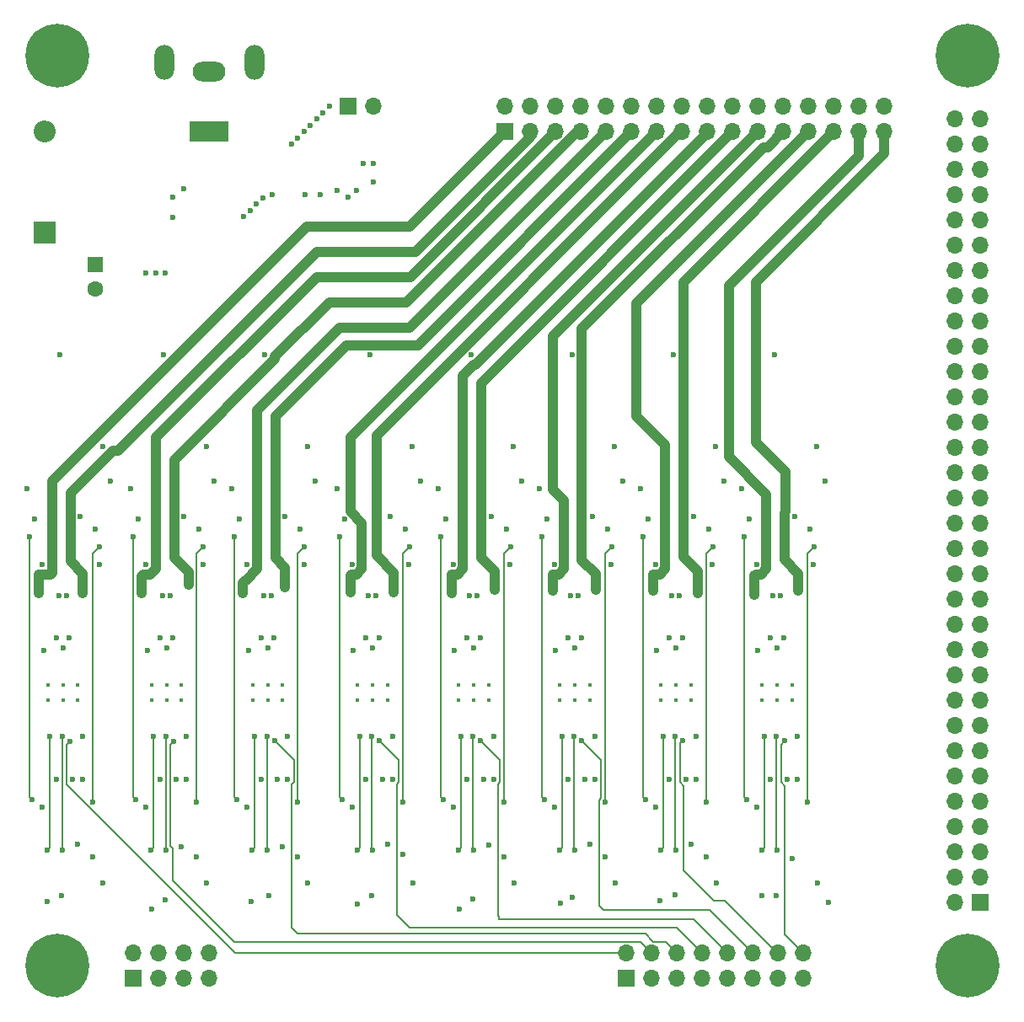
<source format=gbr>
%TF.GenerationSoftware,KiCad,Pcbnew,8.0.7-8.0.7-0~ubuntu22.04.1*%
%TF.CreationDate,2025-01-13T14:39:20-08:00*%
%TF.ProjectId,multichannelheaterdriver_frontend,6d756c74-6963-4686-916e-6e656c686561,rev?*%
%TF.SameCoordinates,Original*%
%TF.FileFunction,Copper,L3,Inr*%
%TF.FilePolarity,Positive*%
%FSLAX46Y46*%
G04 Gerber Fmt 4.6, Leading zero omitted, Abs format (unit mm)*
G04 Created by KiCad (PCBNEW 8.0.7-8.0.7-0~ubuntu22.04.1) date 2025-01-13 14:39:20*
%MOMM*%
%LPD*%
G01*
G04 APERTURE LIST*
%TA.AperFunction,ComponentPad*%
%ADD10R,1.700000X1.700000*%
%TD*%
%TA.AperFunction,ComponentPad*%
%ADD11O,1.700000X1.700000*%
%TD*%
%TA.AperFunction,ComponentPad*%
%ADD12C,0.440000*%
%TD*%
%TA.AperFunction,ComponentPad*%
%ADD13R,2.200000X2.200000*%
%TD*%
%TA.AperFunction,ComponentPad*%
%ADD14O,2.200000X2.200000*%
%TD*%
%TA.AperFunction,ComponentPad*%
%ADD15R,1.600000X1.600000*%
%TD*%
%TA.AperFunction,ComponentPad*%
%ADD16C,1.600000*%
%TD*%
%TA.AperFunction,ComponentPad*%
%ADD17R,4.000000X2.000000*%
%TD*%
%TA.AperFunction,ComponentPad*%
%ADD18O,3.300000X2.000000*%
%TD*%
%TA.AperFunction,ComponentPad*%
%ADD19O,2.000000X3.500000*%
%TD*%
%TA.AperFunction,ComponentPad*%
%ADD20C,6.400000*%
%TD*%
%TA.AperFunction,ViaPad*%
%ADD21C,0.600000*%
%TD*%
%TA.AperFunction,Conductor*%
%ADD22C,0.200000*%
%TD*%
%TA.AperFunction,Conductor*%
%ADD23C,1.000000*%
%TD*%
G04 APERTURE END LIST*
D10*
%TO.N,GNDA*%
%TO.C,J1*%
X97790000Y-90170000D03*
D11*
%TO.N,/ADC15*%
X95250000Y-90170000D03*
%TO.N,GNDA*%
X97790000Y-87630000D03*
%TO.N,/DAC15*%
X95250000Y-87630000D03*
%TO.N,GNDA*%
X97790000Y-85090000D03*
%TO.N,/ADC14*%
X95250000Y-85090000D03*
%TO.N,GNDA*%
X97790000Y-82550000D03*
%TO.N,/DAC14*%
X95250000Y-82550000D03*
%TO.N,GNDA*%
X97790000Y-80010000D03*
%TO.N,/ADC13*%
X95250000Y-80010000D03*
%TO.N,GNDA*%
X97790000Y-77470000D03*
%TO.N,/DAC13*%
X95250000Y-77470000D03*
%TO.N,GNDA*%
X97790000Y-74930000D03*
%TO.N,/ADC12*%
X95250000Y-74930000D03*
%TO.N,GNDA*%
X97790000Y-72390000D03*
%TO.N,/DAC12*%
X95250000Y-72390000D03*
%TO.N,GNDA*%
X97790000Y-69850000D03*
%TO.N,/ADC11*%
X95250000Y-69850000D03*
%TO.N,GNDA*%
X97790000Y-67310000D03*
%TO.N,/DAC11*%
X95250000Y-67310000D03*
%TO.N,GNDA*%
X97790000Y-64770000D03*
%TO.N,/ADC10*%
X95250000Y-64770000D03*
%TO.N,GNDA*%
X97790000Y-62230000D03*
%TO.N,/DAC10*%
X95250000Y-62230000D03*
%TO.N,GNDA*%
X97790000Y-59690000D03*
%TO.N,/ADC9*%
X95250000Y-59690000D03*
%TO.N,GNDA*%
X97790000Y-57150000D03*
%TO.N,/DAC9*%
X95250000Y-57150000D03*
%TO.N,GNDA*%
X97790000Y-54610000D03*
%TO.N,/ADC8*%
X95250000Y-54610000D03*
%TO.N,GNDA*%
X97790000Y-52070000D03*
%TO.N,/DAC8*%
X95250000Y-52070000D03*
%TO.N,GNDA*%
X97790000Y-49530000D03*
%TO.N,/ADC7*%
X95250000Y-49530000D03*
%TO.N,GNDA*%
X97790000Y-46990000D03*
%TO.N,/DAC7*%
X95250000Y-46990000D03*
%TO.N,GNDA*%
X97790000Y-44450000D03*
%TO.N,/ADC6*%
X95250000Y-44450000D03*
%TO.N,GNDA*%
X97790000Y-41910000D03*
%TO.N,/DAC6*%
X95250000Y-41910000D03*
%TO.N,GNDA*%
X97790000Y-39370000D03*
%TO.N,/ADC5*%
X95250000Y-39370000D03*
%TO.N,GNDA*%
X97790000Y-36830000D03*
%TO.N,/DAC5*%
X95250000Y-36830000D03*
%TO.N,GNDA*%
X97790000Y-34290000D03*
%TO.N,/ADC4*%
X95250000Y-34290000D03*
%TO.N,GNDA*%
X97790000Y-31750000D03*
%TO.N,/DAC4*%
X95250000Y-31750000D03*
%TO.N,GNDA*%
X97790000Y-29210000D03*
%TO.N,/ADC3*%
X95250000Y-29210000D03*
%TO.N,GNDA*%
X97790000Y-26670000D03*
%TO.N,/DAC3*%
X95250000Y-26670000D03*
%TO.N,GNDA*%
X97790000Y-24130000D03*
%TO.N,/ADC2*%
X95250000Y-24130000D03*
%TO.N,GNDA*%
X97790000Y-21590000D03*
%TO.N,/DAC2*%
X95250000Y-21590000D03*
%TO.N,GNDA*%
X97790000Y-19050000D03*
%TO.N,/ADC1*%
X95250000Y-19050000D03*
%TO.N,GNDA*%
X97790000Y-16510000D03*
%TO.N,/DAC1*%
X95250000Y-16510000D03*
%TO.N,GNDA*%
X97790000Y-13970000D03*
%TO.N,/ADC0*%
X95250000Y-13970000D03*
%TO.N,GNDA*%
X97790000Y-11430000D03*
%TO.N,/DAC0*%
X95250000Y-11430000D03*
%TD*%
D12*
%TO.N,GNDA*%
%TO.C,U9*%
X24686000Y-69820000D03*
X26186000Y-69820000D03*
X27686000Y-69820000D03*
X24686000Y-68320000D03*
X26186000Y-68320000D03*
X27686000Y-68320000D03*
%TD*%
D13*
%TO.N,Net-(D1-K)*%
%TO.C,D1*%
X3810000Y-22860000D03*
D14*
%TO.N,Net-(D1-A)*%
X3810000Y-12700000D03*
%TD*%
D15*
%TO.N,+24V*%
%TO.C,C3*%
X8890000Y-26035000D03*
D16*
%TO.N,GNDA*%
X8890000Y-28535000D03*
%TD*%
D10*
%TO.N,GNDA*%
%TO.C,J11*%
X12700000Y-97790000D03*
D11*
%TO.N,+24V*%
X12700000Y-95250000D03*
%TO.N,GNDA*%
X15240000Y-97790000D03*
%TO.N,unconnected-(J11-Pin_4-Pad4)*%
X15240000Y-95250000D03*
%TO.N,GNDA*%
X17780000Y-97790000D03*
%TO.N,unconnected-(J11-Pin_6-Pad6)*%
X17780000Y-95250000D03*
%TO.N,GNDA*%
X20320000Y-97790000D03*
%TO.N,unconnected-(J11-Pin_8-Pad8)*%
X20320000Y-95250000D03*
%TD*%
D17*
%TO.N,Net-(D1-A)*%
%TO.C,J12*%
X20320000Y-12700000D03*
D18*
%TO.N,GNDA*%
X20320000Y-6700000D03*
D19*
X24820000Y-5700000D03*
X15820000Y-5700000D03*
%TD*%
D12*
%TO.N,GNDA*%
%TO.C,U21*%
X65677000Y-69820000D03*
X67177000Y-69820000D03*
X68677000Y-69820000D03*
X65677000Y-68320000D03*
X67177000Y-68320000D03*
X68677000Y-68320000D03*
%TD*%
D10*
%TO.N,GNDA*%
%TO.C,J2*%
X62230000Y-97790000D03*
D11*
%TO.N,/SHDN0*%
X62230000Y-95250000D03*
%TO.N,GNDA*%
X64770000Y-97790000D03*
%TO.N,/SHDN1*%
X64770000Y-95250000D03*
%TO.N,GNDA*%
X67310000Y-97790000D03*
%TO.N,/SHDN2*%
X67310000Y-95250000D03*
%TO.N,GNDA*%
X69850000Y-97790000D03*
%TO.N,/SHDN3*%
X69850000Y-95250000D03*
%TO.N,GNDA*%
X72390000Y-97790000D03*
%TO.N,/SHDN4*%
X72390000Y-95250000D03*
%TO.N,GNDA*%
X74930000Y-97790000D03*
%TO.N,/SHDN5*%
X74930000Y-95250000D03*
%TO.N,GNDA*%
X77470000Y-97790000D03*
%TO.N,/SHDN6*%
X77470000Y-95250000D03*
%TO.N,GNDA*%
X80010000Y-97790000D03*
%TO.N,/SHDN7*%
X80010000Y-95250000D03*
%TD*%
D12*
%TO.N,GNDA*%
%TO.C,U15*%
X45357000Y-69820000D03*
X46857000Y-69820000D03*
X48357000Y-69820000D03*
X45357000Y-68320000D03*
X46857000Y-68320000D03*
X48357000Y-68320000D03*
%TD*%
D20*
%TO.N,GNDA*%
%TO.C,H1*%
X5080000Y-5080000D03*
%TD*%
D12*
%TO.N,GNDA*%
%TO.C,U18*%
X55517000Y-69820000D03*
X57017000Y-69820000D03*
X58517000Y-69820000D03*
X55517000Y-68320000D03*
X57017000Y-68320000D03*
X58517000Y-68320000D03*
%TD*%
D20*
%TO.N,GNDA*%
%TO.C,H2*%
X5080000Y-96520000D03*
%TD*%
D10*
%TO.N,+24V*%
%TO.C,J13*%
X34285000Y-10160000D03*
D11*
%TO.N,Net-(D2-K)*%
X36825000Y-10160000D03*
%TD*%
D10*
%TO.N,/V0*%
%TO.C,J10*%
X50000000Y-12700000D03*
D11*
%TO.N,GNDA*%
X50000000Y-10160000D03*
%TO.N,/V1*%
X52540000Y-12700000D03*
%TO.N,GNDA*%
X52540000Y-10160000D03*
%TO.N,/V2*%
X55080000Y-12700000D03*
%TO.N,GNDA*%
X55080000Y-10160000D03*
%TO.N,/V3*%
X57620000Y-12700000D03*
%TO.N,GNDA*%
X57620000Y-10160000D03*
%TO.N,/V4*%
X60160000Y-12700000D03*
%TO.N,GNDA*%
X60160000Y-10160000D03*
%TO.N,/V5*%
X62700000Y-12700000D03*
%TO.N,GNDA*%
X62700000Y-10160000D03*
%TO.N,/V6*%
X65240000Y-12700000D03*
%TO.N,GNDA*%
X65240000Y-10160000D03*
%TO.N,/V7*%
X67780000Y-12700000D03*
%TO.N,GNDA*%
X67780000Y-10160000D03*
%TO.N,/V8*%
X70320000Y-12700000D03*
%TO.N,GNDA*%
X70320000Y-10160000D03*
%TO.N,/V9*%
X72860000Y-12700000D03*
%TO.N,GNDA*%
X72860000Y-10160000D03*
%TO.N,/V10*%
X75400000Y-12700000D03*
%TO.N,GNDA*%
X75400000Y-10160000D03*
%TO.N,/V11*%
X77940000Y-12700000D03*
%TO.N,GNDA*%
X77940000Y-10160000D03*
%TO.N,/V12*%
X80480000Y-12700000D03*
%TO.N,GNDA*%
X80480000Y-10160000D03*
%TO.N,/V13*%
X83020000Y-12700000D03*
%TO.N,GNDA*%
X83020000Y-10160000D03*
%TO.N,/V14*%
X85560000Y-12700000D03*
%TO.N,GNDA*%
X85560000Y-10160000D03*
%TO.N,/V15*%
X88100000Y-12700000D03*
%TO.N,GNDA*%
X88100000Y-10160000D03*
%TD*%
D20*
%TO.N,GNDA*%
%TO.C,H4*%
X96520000Y-96520000D03*
%TD*%
D12*
%TO.N,GNDA*%
%TO.C,U12*%
X35197000Y-69820000D03*
X36697000Y-69820000D03*
X38197000Y-69820000D03*
X35197000Y-68320000D03*
X36697000Y-68320000D03*
X38197000Y-68320000D03*
%TD*%
%TO.N,GNDA*%
%TO.C,U24*%
X75837000Y-69820000D03*
X77337000Y-69820000D03*
X78837000Y-69820000D03*
X75837000Y-68320000D03*
X77337000Y-68320000D03*
X78837000Y-68320000D03*
%TD*%
%TO.N,GNDA*%
%TO.C,U3*%
X4112000Y-69820000D03*
X5612000Y-69820000D03*
X7112000Y-69820000D03*
X4112000Y-68320000D03*
X5612000Y-68320000D03*
X7112000Y-68320000D03*
%TD*%
%TO.N,GNDA*%
%TO.C,U6*%
X14526000Y-69820000D03*
X16026000Y-69820000D03*
X17526000Y-69820000D03*
X14526000Y-68320000D03*
X16026000Y-68320000D03*
X17526000Y-68320000D03*
%TD*%
D20*
%TO.N,GNDA*%
%TO.C,H3*%
X96520000Y-5080000D03*
%TD*%
D21*
%TO.N,/ADC15*%
X82550000Y-90170000D03*
%TO.N,/ADC14*%
X78859500Y-85777500D03*
%TO.N,/ADC13*%
X70201000Y-85598000D03*
%TO.N,/ADC12*%
X68677000Y-84328000D03*
%TO.N,/ADC11*%
X60041000Y-85598000D03*
%TO.N,/ADC10*%
X58517000Y-84328000D03*
%TO.N,/ADC9*%
X49881000Y-85598000D03*
%TO.N,/ADC7*%
X39721000Y-85344000D03*
%TO.N,/ADC6*%
X38197000Y-84328000D03*
%TO.N,/ADC4*%
X27686000Y-84582000D03*
%TO.N,/ADC5*%
X29210000Y-85598000D03*
%TO.N,/ADC2*%
X17526000Y-84582000D03*
%TO.N,/ADC3*%
X19050000Y-85598000D03*
%TO.N,GNDA*%
X46429286Y-59290658D03*
X29810000Y-56207294D03*
X26670000Y-19050000D03*
X25758286Y-59290658D03*
X59025000Y-77821000D03*
X25908000Y-35149000D03*
X47236714Y-59290658D03*
X80961000Y-56207294D03*
X65121000Y-80615000D03*
X36419000Y-35149000D03*
X77716714Y-59290658D03*
X79345000Y-77821000D03*
X35814000Y-15905000D03*
X5184286Y-59290658D03*
X7620000Y-73503000D03*
X50481000Y-56207294D03*
X3712000Y-64867000D03*
X55117000Y-64867000D03*
X5334000Y-35149000D03*
X20066000Y-88235000D03*
X58771000Y-51405000D03*
X56739000Y-35149000D03*
X69185000Y-77821000D03*
X25685000Y-19335000D03*
X65277000Y-64867000D03*
X48865000Y-77821000D03*
X15598286Y-59290658D03*
X16650000Y-19304000D03*
X79345000Y-73503000D03*
X30226000Y-88235000D03*
X16405714Y-59290658D03*
X3556000Y-56231000D03*
X3556000Y-80615000D03*
X59025000Y-73503000D03*
X60641000Y-56207294D03*
X41499000Y-47849000D03*
X44801000Y-80615000D03*
X19650000Y-56207294D03*
X43277000Y-48611000D03*
X81377000Y-88235000D03*
X18034000Y-73503000D03*
X77059000Y-35149000D03*
X5991714Y-59290658D03*
X38705000Y-77821000D03*
X24130000Y-80615000D03*
X15748000Y-35149000D03*
X20828000Y-47849000D03*
X68931000Y-51405000D03*
X13970000Y-80615000D03*
X9236000Y-56207294D03*
X51659000Y-47849000D03*
X34641000Y-80615000D03*
X10414000Y-47849000D03*
X71979000Y-47849000D03*
X54961000Y-56231000D03*
X25050000Y-19970000D03*
X40321000Y-56207294D03*
X27940000Y-51405000D03*
X56323000Y-77821000D03*
X28194000Y-77821000D03*
X61819000Y-47849000D03*
X36269286Y-59290658D03*
X33117000Y-48611000D03*
X26565714Y-59290658D03*
X30988000Y-47849000D03*
X44957000Y-64867000D03*
X17780000Y-51405000D03*
X2032000Y-48611000D03*
X23780000Y-21240000D03*
X65121000Y-56231000D03*
X71217000Y-88235000D03*
X24415000Y-20605000D03*
X12446000Y-48611000D03*
X79091000Y-51405000D03*
X36003000Y-77821000D03*
X46579000Y-35149000D03*
X36830000Y-15905000D03*
X44801000Y-56231000D03*
X67556714Y-59290658D03*
X53437000Y-48611000D03*
X63597000Y-48611000D03*
X56589286Y-59290658D03*
X50897000Y-88235000D03*
X76643000Y-77821000D03*
X48865000Y-73503000D03*
X40737000Y-88235000D03*
X34641000Y-56231000D03*
X34797000Y-64867000D03*
X76909286Y-59290658D03*
X66483000Y-77821000D03*
X61057000Y-88235000D03*
X66899000Y-35149000D03*
X48611000Y-51405000D03*
X13970000Y-26924000D03*
X13970000Y-56231000D03*
X15332000Y-77821000D03*
X16650000Y-21336000D03*
X24286000Y-64867000D03*
X22606000Y-48611000D03*
X25492000Y-77821000D03*
X7620000Y-77821000D03*
X82139000Y-47849000D03*
X9652000Y-88235000D03*
X38451000Y-51405000D03*
X73757000Y-48611000D03*
X69185000Y-73503000D03*
X75437000Y-64867000D03*
X17780000Y-18415000D03*
X14126000Y-64867000D03*
X14986000Y-26924000D03*
X7366000Y-51405000D03*
X70801000Y-56207294D03*
X24130000Y-56231000D03*
X37076714Y-59290658D03*
X46163000Y-77821000D03*
X54961000Y-80615000D03*
X57396714Y-59290658D03*
X4918000Y-77821000D03*
X38705000Y-73503000D03*
X28194000Y-73503000D03*
X75281000Y-56231000D03*
X18034000Y-77821000D03*
X66749286Y-59290658D03*
X75281000Y-80615000D03*
X15875000Y-26924000D03*
%TO.N,+24V*%
X61018500Y-44331500D03*
X28575000Y-13970000D03*
X66527000Y-63597000D03*
X30480000Y-12065000D03*
X31496000Y-19050000D03*
X40698500Y-44331500D03*
X71178500Y-44331500D03*
X37347000Y-63597000D03*
X77337000Y-64613000D03*
X16026000Y-64613000D03*
X67827000Y-63597000D03*
X81338500Y-44331500D03*
X33116500Y-18638500D03*
X56367000Y-63597000D03*
X36697000Y-64613000D03*
X57017000Y-64613000D03*
X77987000Y-63597000D03*
X76687000Y-63597000D03*
X26186000Y-64613000D03*
X26836000Y-63597000D03*
X31750000Y-10795000D03*
X47507000Y-63597000D03*
X25536000Y-63597000D03*
X32385000Y-10160000D03*
X50858500Y-44331500D03*
X46857000Y-64613000D03*
X20027500Y-44331500D03*
X29845000Y-12700000D03*
X31115000Y-11430000D03*
X5612000Y-64613000D03*
X16676000Y-63597000D03*
X30187500Y-44331500D03*
X9613500Y-44331500D03*
X15376000Y-63597000D03*
X6262000Y-63597000D03*
X67177000Y-64613000D03*
X57667000Y-63597000D03*
X4962000Y-63597000D03*
X29210000Y-13335000D03*
X46207000Y-63597000D03*
X29972000Y-19050000D03*
X36047000Y-63597000D03*
%TO.N,+5V*%
X70455000Y-52675000D03*
X8890000Y-52675000D03*
X78329000Y-77821000D03*
X17018000Y-77821000D03*
X47849000Y-77821000D03*
X19304000Y-52675000D03*
X13208000Y-51659000D03*
X44039000Y-51659000D03*
X34290000Y-19304000D03*
X27178000Y-77821000D03*
X6604000Y-77821000D03*
X74519000Y-51659000D03*
X58009000Y-77821000D03*
X50135000Y-52675000D03*
X54199000Y-51659000D03*
X80615000Y-52675000D03*
X60295000Y-52675000D03*
X37689000Y-77821000D03*
X29464000Y-52675000D03*
X68169000Y-77821000D03*
X35082500Y-18572500D03*
X23368000Y-51659000D03*
X39975000Y-52675000D03*
X36830000Y-17780000D03*
X2794000Y-51659000D03*
X33879000Y-51659000D03*
X64359000Y-51659000D03*
%TO.N,Net-(U3-IN1+)*%
X4318000Y-73503000D03*
X4064000Y-84933000D03*
%TO.N,Net-(U3-IN2+)*%
X5588000Y-84933000D03*
X5562000Y-73503000D03*
%TO.N,/ADC1*%
X8636000Y-85598000D03*
%TO.N,/ADC0*%
X7112000Y-84328000D03*
%TO.N,Net-(U6-IN1+)*%
X14732000Y-73503000D03*
X14478000Y-84933000D03*
%TO.N,Net-(U6-IN2+)*%
X16002000Y-84933000D03*
X15976000Y-73503000D03*
%TO.N,Net-(U9-IN1+)*%
X24892000Y-73503000D03*
X24638000Y-84933000D03*
%TO.N,Net-(U9-IN2+)*%
X26136000Y-73503000D03*
X26162000Y-84933000D03*
%TO.N,Net-(U12-IN1+)*%
X35403000Y-73503000D03*
X35149000Y-84933000D03*
%TO.N,Net-(U12-IN2+)*%
X36647000Y-73503000D03*
X36673000Y-84933000D03*
%TO.N,Net-(U15-IN1+)*%
X45309000Y-84933000D03*
X45563000Y-73503000D03*
%TO.N,Net-(U15-IN2+)*%
X46807000Y-73503000D03*
X46833000Y-84933000D03*
%TO.N,/ADC8*%
X48357000Y-84400000D03*
%TO.N,Net-(U18-IN1+)*%
X55469000Y-84933000D03*
X55723000Y-73503000D03*
%TO.N,Net-(U18-IN2+)*%
X56967000Y-73503000D03*
X56993000Y-84933000D03*
%TO.N,Net-(U21-IN1+)*%
X65629000Y-84933000D03*
X65883000Y-73503000D03*
%TO.N,Net-(U21-IN2+)*%
X67153000Y-84933000D03*
X67127000Y-73503000D03*
%TO.N,Net-(U24-IN1+)*%
X75789000Y-84933000D03*
X76043000Y-73503000D03*
%TO.N,Net-(U24-IN2+)*%
X77287000Y-73503000D03*
X77313000Y-84933000D03*
%TO.N,/DAC11*%
X55600000Y-90200000D03*
%TO.N,/DAC2*%
X15900000Y-89900000D03*
%TO.N,/DAC1*%
X4000000Y-90100000D03*
%TO.N,/DAC14*%
X77300000Y-89500000D03*
%TO.N,/DAC6*%
X36600000Y-89500000D03*
%TO.N,/DAC5*%
X24500000Y-90100000D03*
%TO.N,/DAC7*%
X35200000Y-90300000D03*
%TO.N,/DAC9*%
X45400000Y-90800000D03*
%TO.N,/DAC10*%
X56800000Y-89600000D03*
%TO.N,/DAC3*%
X14500000Y-90800000D03*
%TO.N,/DAC15*%
X75800000Y-89500000D03*
%TO.N,/DAC0*%
X5500000Y-89500000D03*
%TO.N,/DAC4*%
X26300000Y-89500000D03*
%TO.N,/DAC8*%
X46800000Y-89800000D03*
%TO.N,/DAC12*%
X67100000Y-89400000D03*
%TO.N,/DAC13*%
X65600000Y-90000000D03*
%TO.N,/V2*%
X13500000Y-58900000D03*
X13500000Y-57600000D03*
%TO.N,/V11*%
X59100000Y-58700000D03*
X59100000Y-57300000D03*
%TO.N,/V5*%
X27905000Y-57800000D03*
X27905000Y-56800000D03*
%TO.N,/V3*%
X18250000Y-58200000D03*
X18250000Y-57200000D03*
%TO.N,/V13*%
X69401000Y-57300000D03*
X69401000Y-58900000D03*
%TO.N,/V9*%
X49000000Y-57300000D03*
X49000000Y-58700000D03*
%TO.N,/V10*%
X54800000Y-58800000D03*
X54800000Y-57500000D03*
%TO.N,/V4*%
X23660000Y-59100000D03*
X23660000Y-58100000D03*
%TO.N,/V0*%
X3175000Y-57500000D03*
X3175000Y-58800000D03*
%TO.N,/V1*%
X7620000Y-59000000D03*
X7620000Y-57500000D03*
%TO.N,/V12*%
X64900000Y-57400000D03*
X64900000Y-58800000D03*
%TO.N,/V7*%
X38800000Y-57600000D03*
X38800000Y-59000000D03*
%TO.N,/V14*%
X75100000Y-57600000D03*
X75100000Y-59000000D03*
%TO.N,/V6*%
X34500000Y-58900000D03*
X34500000Y-57600000D03*
%TO.N,/V15*%
X79500000Y-57400000D03*
X79500000Y-58800000D03*
%TO.N,/V8*%
X44700000Y-57600000D03*
X44700000Y-59100000D03*
%TO.N,Net-(U2-OUT1)*%
X2540000Y-79853000D03*
X2286000Y-53437000D03*
%TO.N,Net-(U2-OUT2)*%
X9305151Y-54453001D03*
X8636000Y-80107000D03*
%TO.N,Net-(U5-OUT1)*%
X12954000Y-79853000D03*
X12700000Y-53437000D03*
%TO.N,Net-(U5-OUT2)*%
X19719151Y-54453001D03*
X19050000Y-80107000D03*
%TO.N,Net-(U8-OUT1)*%
X22860000Y-53437000D03*
X23114000Y-79853000D03*
%TO.N,Net-(U8-OUT2)*%
X29879151Y-54453001D03*
X29210000Y-80107000D03*
%TO.N,Net-(U11-OUT1)*%
X33625000Y-79853000D03*
X33371000Y-53437000D03*
%TO.N,Net-(U11-OUT2)*%
X40390151Y-54453001D03*
X39721000Y-80107000D03*
%TO.N,Net-(U14-OUT1)*%
X43531000Y-53437000D03*
X43785000Y-79853000D03*
%TO.N,Net-(U14-OUT2)*%
X49881000Y-80107000D03*
X50550151Y-54453001D03*
%TO.N,Net-(U17-OUT1)*%
X53691000Y-53437000D03*
X53945000Y-79853000D03*
%TO.N,Net-(U17-OUT2)*%
X60710151Y-54453001D03*
X60041000Y-80107000D03*
%TO.N,Net-(U20-OUT1)*%
X63851000Y-53437000D03*
X64105000Y-79853000D03*
%TO.N,Net-(U20-OUT2)*%
X70201000Y-80107000D03*
X70870151Y-54453001D03*
%TO.N,Net-(U23-OUT1)*%
X74265000Y-79853000D03*
X74011000Y-53437000D03*
%TO.N,Net-(U23-OUT2)*%
X80361000Y-80107000D03*
X81030151Y-54453001D03*
%TO.N,/SHDN6*%
X67843110Y-73859638D03*
%TO.N,/SHDN3*%
X37363110Y-73859638D03*
%TO.N,/SHDN5*%
X57665833Y-73892406D03*
%TO.N,/SHDN7*%
X78071735Y-73928265D03*
%TO.N,/SHDN2*%
X26896235Y-73903765D03*
%TO.N,/SHDN1*%
X16700000Y-74000000D03*
%TO.N,/SHDN4*%
X47522303Y-73861255D03*
%TO.N,/SHDN0*%
X6300000Y-74000000D03*
%TD*%
D22*
%TO.N,Net-(U3-IN1+)*%
X4318000Y-84679000D02*
X4064000Y-84933000D01*
X4318000Y-73503000D02*
X4318000Y-84679000D01*
%TO.N,Net-(U3-IN2+)*%
X5562000Y-84907000D02*
X5588000Y-84933000D01*
X5562000Y-73503000D02*
X5562000Y-84907000D01*
%TO.N,Net-(U6-IN1+)*%
X14732000Y-73503000D02*
X14732000Y-84679000D01*
X14732000Y-84679000D02*
X14478000Y-84933000D01*
%TO.N,Net-(U6-IN2+)*%
X15976000Y-73503000D02*
X15976000Y-84907000D01*
X15976000Y-84907000D02*
X16002000Y-84933000D01*
%TO.N,Net-(U9-IN1+)*%
X24892000Y-73503000D02*
X24892000Y-84679000D01*
X24892000Y-84679000D02*
X24638000Y-84933000D01*
%TO.N,Net-(U9-IN2+)*%
X26136000Y-84907000D02*
X26162000Y-84933000D01*
X26136000Y-73503000D02*
X26136000Y-84907000D01*
%TO.N,Net-(U12-IN1+)*%
X35403000Y-73503000D02*
X35403000Y-84679000D01*
X35403000Y-84679000D02*
X35149000Y-84933000D01*
%TO.N,Net-(U12-IN2+)*%
X36647000Y-73503000D02*
X36647000Y-84907000D01*
X36647000Y-84907000D02*
X36673000Y-84933000D01*
%TO.N,Net-(U15-IN1+)*%
X45563000Y-73503000D02*
X45563000Y-84679000D01*
X45563000Y-84679000D02*
X45309000Y-84933000D01*
%TO.N,Net-(U15-IN2+)*%
X46807000Y-73503000D02*
X46807000Y-84907000D01*
X46807000Y-84907000D02*
X46833000Y-84933000D01*
%TO.N,Net-(U18-IN1+)*%
X55723000Y-84679000D02*
X55469000Y-84933000D01*
X55723000Y-73503000D02*
X55723000Y-84679000D01*
%TO.N,Net-(U18-IN2+)*%
X56967000Y-84907000D02*
X56993000Y-84933000D01*
X56967000Y-73503000D02*
X56967000Y-84907000D01*
%TO.N,Net-(U21-IN1+)*%
X65883000Y-84679000D02*
X65629000Y-84933000D01*
X65883000Y-73503000D02*
X65883000Y-84679000D01*
%TO.N,Net-(U21-IN2+)*%
X67127000Y-73503000D02*
X67127000Y-84907000D01*
X67127000Y-84907000D02*
X67153000Y-84933000D01*
%TO.N,Net-(U24-IN1+)*%
X76043000Y-84679000D02*
X75789000Y-84933000D01*
X76043000Y-73503000D02*
X76043000Y-84679000D01*
%TO.N,Net-(U24-IN2+)*%
X77287000Y-84907000D02*
X77313000Y-84933000D01*
X77287000Y-73503000D02*
X77287000Y-84907000D01*
D23*
%TO.N,/V2*%
X13500000Y-58900000D02*
X13500000Y-59055000D01*
X14970000Y-56645214D02*
X14384214Y-57231000D01*
X14970000Y-43450000D02*
X14970000Y-56645214D01*
X14384214Y-57231000D02*
X13689000Y-57231000D01*
X13500000Y-57600000D02*
X13500000Y-58900000D01*
X31115000Y-27305000D02*
X14970000Y-43450000D01*
X13689000Y-57231000D02*
X13500000Y-57420000D01*
X13500000Y-57420000D02*
X13500000Y-57600000D01*
X55080000Y-12700000D02*
X40475000Y-27305000D01*
X40475000Y-27305000D02*
X31115000Y-27305000D01*
%TO.N,/V11*%
X57739000Y-32461000D02*
X57739000Y-55739000D01*
X76390000Y-14250000D02*
X75950000Y-14250000D01*
X77940000Y-12700000D02*
X76390000Y-14250000D01*
X57739000Y-55739000D02*
X59100000Y-57100000D01*
X59100000Y-57300000D02*
X59100000Y-58700000D01*
X59100000Y-57100000D02*
X59100000Y-57300000D01*
X75950000Y-14250000D02*
X57739000Y-32461000D01*
%TO.N,/V5*%
X34051472Y-34148528D02*
X26940000Y-41260000D01*
X27905000Y-56800000D02*
X27905000Y-57800000D01*
X26940000Y-41260000D02*
X26940000Y-55540000D01*
X26940000Y-55540000D02*
X27905000Y-56505000D01*
X27905000Y-57800000D02*
X27905000Y-58495000D01*
X62700000Y-12700000D02*
X41251472Y-34148528D01*
X27905000Y-56505000D02*
X27905000Y-56800000D01*
X41251472Y-34148528D02*
X34051472Y-34148528D01*
%TO.N,/V3*%
X16780000Y-55515000D02*
X18250000Y-56985000D01*
X57620000Y-12700000D02*
X57272032Y-12700000D01*
X16780000Y-45691214D02*
X16780000Y-55515000D01*
X26908000Y-35563214D02*
X16780000Y-45691214D01*
X26908000Y-35322000D02*
X26908000Y-35563214D01*
X40127032Y-29845000D02*
X32385000Y-29845000D01*
X18250000Y-57200000D02*
X18250000Y-58200000D01*
X18250000Y-56985000D02*
X18250000Y-57200000D01*
X32385000Y-29845000D02*
X26908000Y-35322000D01*
X57272032Y-12700000D02*
X40127032Y-29845000D01*
%TO.N,/V13*%
X67931000Y-27789000D02*
X67931000Y-55431000D01*
X69401000Y-58900000D02*
X69401000Y-59100000D01*
X67931000Y-55431000D02*
X69401000Y-56901000D01*
X69401000Y-56901000D02*
X69401000Y-57300000D01*
X69401000Y-57300000D02*
X69401000Y-58900000D01*
X83020000Y-12700000D02*
X67931000Y-27789000D01*
%TO.N,/V9*%
X47611000Y-55511000D02*
X49000000Y-56900000D01*
X49000000Y-57300000D02*
X49000000Y-58700000D01*
X49000000Y-56900000D02*
X49000000Y-57300000D01*
X72860000Y-12700000D02*
X47611000Y-37949000D01*
X47611000Y-37949000D02*
X47611000Y-55511000D01*
%TO.N,/V10*%
X75400000Y-12700000D02*
X54864000Y-33236000D01*
X55961000Y-49720786D02*
X55961000Y-56645214D01*
X54800000Y-57500000D02*
X54800000Y-58800000D01*
X54864000Y-48623786D02*
X55961000Y-49720786D01*
X55961000Y-56645214D02*
X55375214Y-57231000D01*
X54800000Y-57231000D02*
X54800000Y-57500000D01*
X54864000Y-33236000D02*
X54864000Y-48623786D01*
X55375214Y-57231000D02*
X54800000Y-57231000D01*
%TO.N,/V4*%
X25130000Y-56645214D02*
X23975214Y-57800000D01*
X23660000Y-58100000D02*
X23660000Y-59100000D01*
X60160000Y-12700000D02*
X40460000Y-32400000D01*
X23900000Y-57800000D02*
X23660000Y-58040000D01*
X25130000Y-40670000D02*
X25130000Y-56645214D01*
X33400000Y-32400000D02*
X25130000Y-40670000D01*
X23660000Y-58040000D02*
X23660000Y-58100000D01*
X40460000Y-32400000D02*
X33400000Y-32400000D01*
X23975214Y-57800000D02*
X23900000Y-57800000D01*
%TO.N,/V0*%
X3175000Y-57231000D02*
X3175000Y-57500000D01*
X4556000Y-47800000D02*
X4556000Y-57039000D01*
X3175000Y-58800000D02*
X3175000Y-59055000D01*
X50000000Y-12700000D02*
X40460000Y-22240000D01*
X4556000Y-57039000D02*
X4364000Y-57231000D01*
X40460000Y-22240000D02*
X30116000Y-22240000D01*
X30116000Y-22240000D02*
X4556000Y-47800000D01*
X3175000Y-57500000D02*
X3175000Y-58800000D01*
X4364000Y-57231000D02*
X3175000Y-57231000D01*
%TO.N,/V1*%
X52540000Y-13260000D02*
X41035000Y-24765000D01*
X41035000Y-24765000D02*
X31115000Y-24765000D01*
X7620000Y-59000000D02*
X7620000Y-59055000D01*
X6366000Y-48993214D02*
X6366000Y-55866000D01*
X11134286Y-44745714D02*
X10613500Y-44745714D01*
X31115000Y-24765000D02*
X11134286Y-44745714D01*
X10613500Y-44745714D02*
X6366000Y-48993214D01*
X6366000Y-55866000D02*
X7620000Y-57120000D01*
X7620000Y-57500000D02*
X7620000Y-59000000D01*
X52540000Y-12700000D02*
X52540000Y-13260000D01*
X7620000Y-57120000D02*
X7620000Y-57500000D01*
%TO.N,/V12*%
X65535214Y-57231000D02*
X64900000Y-57231000D01*
X66121000Y-56645214D02*
X65535214Y-57231000D01*
X64900000Y-57400000D02*
X64900000Y-58800000D01*
X80480000Y-12700000D02*
X63200000Y-29980000D01*
X66121000Y-44183214D02*
X66121000Y-56645214D01*
X64900000Y-57231000D02*
X64900000Y-57400000D01*
X63200000Y-29980000D02*
X63200000Y-41262214D01*
X63200000Y-41262214D02*
X66121000Y-44183214D01*
%TO.N,/V7*%
X37100000Y-43213786D02*
X37100000Y-55300000D01*
X38800000Y-57000000D02*
X38800000Y-57600000D01*
X67780000Y-12700000D02*
X67613786Y-12700000D01*
X67613786Y-12700000D02*
X37100000Y-43213786D01*
X38800000Y-57600000D02*
X38800000Y-59000000D01*
X37100000Y-55300000D02*
X38800000Y-57000000D01*
%TO.N,/V14*%
X72500000Y-28200000D02*
X72500000Y-45376893D01*
X72500000Y-45376893D02*
X76281000Y-49157893D01*
X75695214Y-57231000D02*
X75200000Y-57231000D01*
X76281000Y-56645214D02*
X75695214Y-57231000D01*
X85560000Y-12700000D02*
X85560000Y-15140000D01*
X75100000Y-57331000D02*
X75100000Y-57600000D01*
X75100000Y-59000000D02*
X75100000Y-59200000D01*
X75200000Y-57231000D02*
X75100000Y-57331000D01*
X76281000Y-49157893D02*
X76281000Y-56645214D01*
X85560000Y-15140000D02*
X72500000Y-28200000D01*
X75100000Y-57600000D02*
X75100000Y-59000000D01*
%TO.N,/V6*%
X35641000Y-56645214D02*
X35055214Y-57231000D01*
X34500000Y-57600000D02*
X34500000Y-58900000D01*
X34500000Y-43440000D02*
X34500000Y-50865786D01*
X65240000Y-12700000D02*
X34500000Y-43440000D01*
X34569000Y-57231000D02*
X34500000Y-57300000D01*
X34500000Y-57300000D02*
X34500000Y-57600000D01*
X35055214Y-57231000D02*
X34569000Y-57231000D01*
X35641000Y-52006786D02*
X35641000Y-56645214D01*
X34500000Y-58900000D02*
X34500000Y-59000000D01*
X34500000Y-50865786D02*
X35641000Y-52006786D01*
%TO.N,/V15*%
X78200000Y-50881786D02*
X78091000Y-50990786D01*
X79500000Y-57400000D02*
X79500000Y-58800000D01*
X88100000Y-12700000D02*
X88100000Y-14900000D01*
X75200000Y-27800000D02*
X75200000Y-43900000D01*
X75200000Y-43900000D02*
X78200000Y-46900000D01*
X88100000Y-14900000D02*
X75200000Y-27800000D01*
X78091000Y-55691000D02*
X79500000Y-57100000D01*
X79500000Y-57100000D02*
X79500000Y-57400000D01*
X78200000Y-46900000D02*
X78200000Y-50881786D01*
X78091000Y-50990786D02*
X78091000Y-55691000D01*
%TO.N,/V8*%
X70320000Y-12822214D02*
X46993214Y-36149000D01*
X45215214Y-57231000D02*
X44700000Y-57231000D01*
X70320000Y-12700000D02*
X70320000Y-12822214D01*
X44700000Y-57600000D02*
X44700000Y-59100000D01*
X46993214Y-36149000D02*
X46851000Y-36149000D01*
X45801000Y-56645214D02*
X45215214Y-57231000D01*
X45801000Y-37199000D02*
X45801000Y-56645214D01*
X44700000Y-57231000D02*
X44700000Y-57600000D01*
X46851000Y-36149000D02*
X45801000Y-37199000D01*
D22*
%TO.N,Net-(U2-OUT1)*%
X2540000Y-79853000D02*
X2286000Y-79599000D01*
X2286000Y-79599000D02*
X2286000Y-53437000D01*
%TO.N,Net-(U2-OUT2)*%
X8636000Y-80107000D02*
X8636000Y-55122152D01*
X8636000Y-55122152D02*
X9305151Y-54453001D01*
%TO.N,Net-(U5-OUT1)*%
X12954000Y-79853000D02*
X12700000Y-79599000D01*
X12700000Y-79599000D02*
X12700000Y-53437000D01*
%TO.N,Net-(U5-OUT2)*%
X19050000Y-80107000D02*
X19050000Y-55122152D01*
X19050000Y-55122152D02*
X19719151Y-54453001D01*
%TO.N,Net-(U8-OUT1)*%
X22860000Y-79599000D02*
X22860000Y-53437000D01*
X23114000Y-79853000D02*
X22860000Y-79599000D01*
%TO.N,Net-(U8-OUT2)*%
X29210000Y-55122152D02*
X29879151Y-54453001D01*
X29210000Y-80107000D02*
X29210000Y-55122152D01*
%TO.N,Net-(U11-OUT1)*%
X33625000Y-79853000D02*
X33371000Y-79599000D01*
X33371000Y-79599000D02*
X33371000Y-53437000D01*
%TO.N,Net-(U11-OUT2)*%
X39721000Y-55122152D02*
X40390151Y-54453001D01*
X39721000Y-80107000D02*
X39721000Y-55122152D01*
%TO.N,Net-(U14-OUT1)*%
X43785000Y-79853000D02*
X43531000Y-79599000D01*
X43531000Y-79599000D02*
X43531000Y-53437000D01*
%TO.N,Net-(U14-OUT2)*%
X49881000Y-55122152D02*
X50550151Y-54453001D01*
X49881000Y-80107000D02*
X49881000Y-55122152D01*
%TO.N,Net-(U17-OUT1)*%
X53945000Y-79853000D02*
X53691000Y-79599000D01*
X53691000Y-79599000D02*
X53691000Y-53437000D01*
%TO.N,Net-(U17-OUT2)*%
X60041000Y-55122152D02*
X60710151Y-54453001D01*
X60041000Y-80107000D02*
X60041000Y-55122152D01*
%TO.N,Net-(U20-OUT1)*%
X63851000Y-79599000D02*
X63851000Y-53437000D01*
X64105000Y-79853000D02*
X63851000Y-79599000D01*
%TO.N,Net-(U20-OUT2)*%
X70201000Y-80107000D02*
X70201000Y-55122152D01*
X70201000Y-55122152D02*
X70870151Y-54453001D01*
%TO.N,Net-(U23-OUT1)*%
X74265000Y-79853000D02*
X74011000Y-79599000D01*
X74011000Y-79599000D02*
X74011000Y-53437000D01*
%TO.N,Net-(U23-OUT2)*%
X80361000Y-80107000D02*
X80361000Y-55122152D01*
X80361000Y-55122152D02*
X81030151Y-54453001D01*
%TO.N,/SHDN6*%
X71000000Y-90000000D02*
X67920471Y-86920471D01*
X77383471Y-95250000D02*
X72133471Y-90000000D01*
X67569000Y-78069529D02*
X67569000Y-74133748D01*
X67569000Y-74133748D02*
X67843110Y-73859638D01*
X72133471Y-90000000D02*
X71000000Y-90000000D01*
X67920471Y-86920471D02*
X67920471Y-78421000D01*
X67920471Y-78421000D02*
X67569000Y-78069529D01*
X77470000Y-95250000D02*
X77383471Y-95250000D01*
%TO.N,/SHDN3*%
X67300000Y-92700000D02*
X40400000Y-92700000D01*
X39305000Y-78069529D02*
X39305000Y-75801528D01*
X39305000Y-75801528D02*
X37363110Y-73859638D01*
X39121000Y-91421000D02*
X39121000Y-78253529D01*
X40400000Y-92700000D02*
X39121000Y-91421000D01*
X69850000Y-95250000D02*
X67300000Y-92700000D01*
X39121000Y-78253529D02*
X39305000Y-78069529D01*
%TO.N,/SHDN5*%
X59900000Y-90900000D02*
X59441000Y-90441000D01*
X74930000Y-95250000D02*
X70580000Y-90900000D01*
X59441000Y-79858471D02*
X59641000Y-79658471D01*
X70580000Y-90900000D02*
X59900000Y-90900000D01*
X59641000Y-79658471D02*
X59641000Y-75867573D01*
X59441000Y-90441000D02*
X59441000Y-79858471D01*
X59641000Y-75867573D02*
X57665833Y-73892406D01*
%TO.N,/SHDN7*%
X78080471Y-93320471D02*
X78080471Y-78421000D01*
X77729000Y-74271000D02*
X78071735Y-73928265D01*
X78080471Y-78421000D02*
X77729000Y-78069529D01*
X77729000Y-78069529D02*
X77729000Y-74271000D01*
X80010000Y-95250000D02*
X78080471Y-93320471D01*
%TO.N,/SHDN2*%
X64900000Y-94100000D02*
X64100000Y-93300000D01*
X29200000Y-93300000D02*
X28610000Y-92710000D01*
X28610000Y-78253529D02*
X28794000Y-78069529D01*
X67310000Y-95250000D02*
X66160000Y-94100000D01*
X64100000Y-93300000D02*
X29200000Y-93300000D01*
X28794000Y-75801530D02*
X26896235Y-73903765D01*
X66160000Y-94100000D02*
X64900000Y-94100000D01*
X28610000Y-92710000D02*
X28610000Y-78253529D01*
X28794000Y-78069529D02*
X28794000Y-75801530D01*
%TO.N,/SHDN1*%
X22800000Y-94100000D02*
X16602000Y-87902000D01*
X63620000Y-94100000D02*
X22800000Y-94100000D01*
X16376000Y-84458471D02*
X16376000Y-74324000D01*
X16376000Y-74324000D02*
X16700000Y-74000000D01*
X64770000Y-95250000D02*
X63620000Y-94100000D01*
X16602000Y-84684471D02*
X16376000Y-84458471D01*
X16602000Y-87902000D02*
X16602000Y-84684471D01*
%TO.N,/SHDN4*%
X49465000Y-78069529D02*
X49465000Y-75803952D01*
X49400000Y-91800000D02*
X49400000Y-91600000D01*
X49281000Y-78253529D02*
X49465000Y-78069529D01*
X49465000Y-75803952D02*
X47522303Y-73861255D01*
X68940000Y-91800000D02*
X49400000Y-91800000D01*
X49281000Y-91481000D02*
X49281000Y-78253529D01*
X72390000Y-95250000D02*
X68940000Y-91800000D01*
X49400000Y-91600000D02*
X49281000Y-91481000D01*
%TO.N,/SHDN0*%
X22930471Y-95250000D02*
X6004000Y-78323529D01*
X62230000Y-95250000D02*
X22930471Y-95250000D01*
X6004000Y-78323529D02*
X6004000Y-74296000D01*
X6004000Y-74296000D02*
X6300000Y-74000000D01*
%TD*%
M02*

</source>
